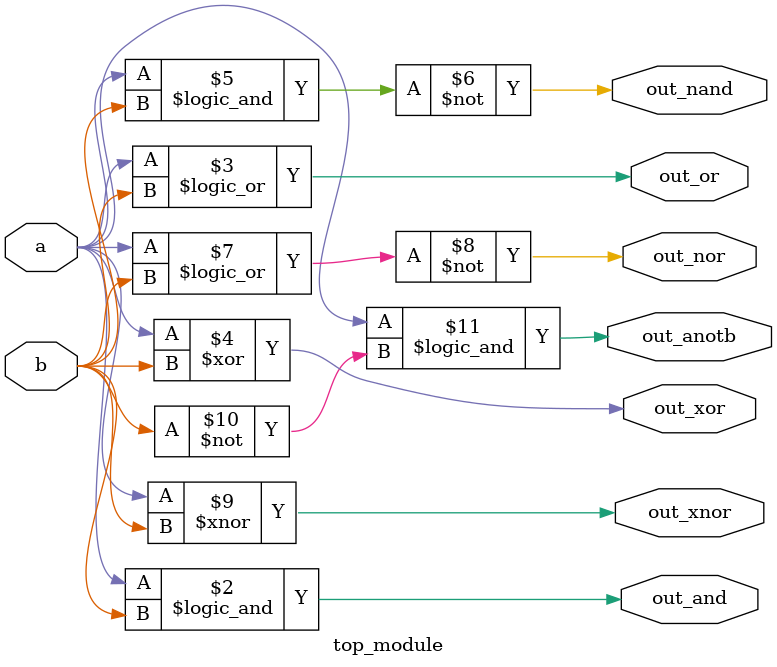
<source format=v>
module top_module( 
    input a, b,
    output out_and,
    output out_or,
    output out_xor,
    output out_nand,
    output out_nor,
    output out_xnor,
    output out_anotb
);
    always @(*) begin
      out_and=a&&b;
      out_or=a||b;
      out_xor=a^b;
      out_nand=~(a&&b);
      out_nor=~(a||b);
      out_xnor=a~^b;
      out_anotb=a&&(~b);
    end
endmodule
</source>
